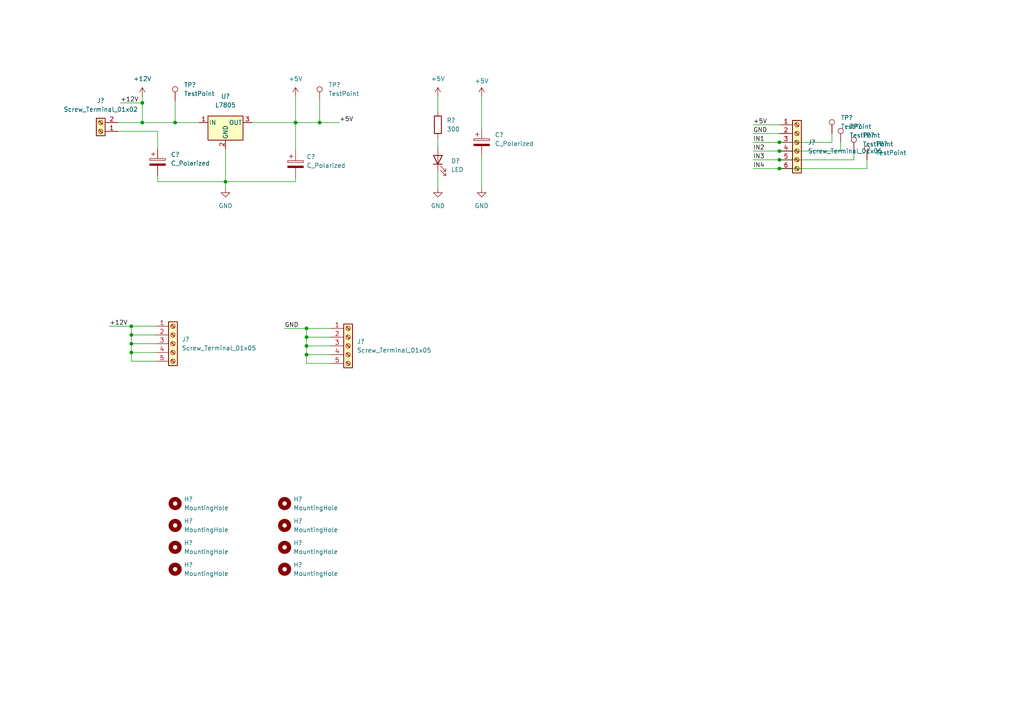
<source format=kicad_sch>
(kicad_sch (version 20211123) (generator eeschema)
  (paper "A4")
  (lib_symbols
    (symbol "Connector:Screw_Terminal_01x02" (pin_names (offset 1.016) hide)
      (property "Reference" "J" (at 0 2.54 0))
      (property "Value" "Screw_Terminal_01x02" (at 0 -5.08 0))
      (symbol "Screw_Terminal_01x02_1_1"
        (rectangle (start -1.27 1.27) (end 1.27 -3.81) (stroke (width 0.254)) (fill (type background)))
        (circle (center 0 -2.54) (radius 0.635) (stroke (width 0.1524)))
        (polyline (pts (xy -0.5334 -2.2098) (xy 0.3302 -3.048)) (stroke (width 0.1524)))
        (polyline (pts (xy -0.5334 0.3302) (xy 0.3302 -0.508)) (stroke (width 0.1524)))
        (polyline (pts (xy -0.3556 -2.032) (xy 0.508 -2.8702)) (stroke (width 0.1524)))
        (polyline (pts (xy -0.3556 0.508) (xy 0.508 -0.3302)) (stroke (width 0.1524)))
        (circle (center 0 0) (radius 0.635) (stroke (width 0.1524)))
        (pin passive line (at -5.08 0 0) (length 3.81) (name "Pin_1") (number "1"))
        (pin passive line (at -5.08 -2.54 0) (length 3.81) (name "Pin_2") (number "2"))
      )
    )
    (symbol "Connector:Screw_Terminal_01x05" (pin_names (offset 1.016) hide)
      (property "Reference" "J" (at 0 7.62 0))
      (property "Value" "Screw_Terminal_01x05" (at 0 -7.62 0))
      (symbol "Screw_Terminal_01x05_1_1"
        (rectangle (start -1.27 6.35) (end 1.27 -6.35) (stroke (width 0.254)) (fill (type background)))
        (circle (center 0 -5.08) (radius 0.635) (stroke (width 0.1524)))
        (circle (center 0 -2.54) (radius 0.635) (stroke (width 0.1524)))
        (polyline (pts (xy -0.5334 -4.7498) (xy 0.3302 -5.588)) (stroke (width 0.1524)))
        (polyline (pts (xy -0.5334 -2.2098) (xy 0.3302 -3.048)) (stroke (width 0.1524)))
        (polyline (pts (xy -0.5334 0.3302) (xy 0.3302 -0.508)) (stroke (width 0.1524)))
        (polyline (pts (xy -0.5334 2.8702) (xy 0.3302 2.032)) (stroke (width 0.1524)))
        (polyline (pts (xy -0.5334 5.4102) (xy 0.3302 4.572)) (stroke (width 0.1524)))
        (polyline (pts (xy -0.3556 -4.572) (xy 0.508 -5.4102)) (stroke (width 0.1524)))
        (polyline (pts (xy -0.3556 -2.032) (xy 0.508 -2.8702)) (stroke (width 0.1524)))
        (polyline (pts (xy -0.3556 0.508) (xy 0.508 -0.3302)) (stroke (width 0.1524)))
        (polyline (pts (xy -0.3556 3.048) (xy 0.508 2.2098)) (stroke (width 0.1524)))
        (polyline (pts (xy -0.3556 5.588) (xy 0.508 4.7498)) (stroke (width 0.1524)))
        (circle (center 0 0) (radius 0.635) (stroke (width 0.1524)))
        (circle (center 0 2.54) (radius 0.635) (stroke (width 0.1524)))
        (circle (center 0 5.08) (radius 0.635) (stroke (width 0.1524)))
        (pin passive line (at -5.08 5.08 0) (length 3.81) (name "Pin_1") (number "1"))
        (pin passive line (at -5.08 2.54 0) (length 3.81) (name "Pin_2") (number "2"))
        (pin passive line (at -5.08 0 0) (length 3.81) (name "Pin_3") (number "3"))
        (pin passive line (at -5.08 -2.54 0) (length 3.81) (name "Pin_4") (number "4"))
        (pin passive line (at -5.08 -5.08 0) (length 3.81) (name "Pin_5") (number "5"))
      )
    )
    (symbol "Connector:Screw_Terminal_01x06" (pin_names (offset 1.016) hide)
      (property "Reference" "J" (at 0 7.62 0))
      (property "Value" "Screw_Terminal_01x06" (at 0 -10.16 0))
      (symbol "Screw_Terminal_01x06_1_1"
        (rectangle (start -1.27 6.35) (end 1.27 -8.89) (stroke (width 0.254)) (fill (type background)))
        (circle (center 0 -7.62) (radius 0.635) (stroke (width 0.1524)))
        (circle (center 0 -5.08) (radius 0.635) (stroke (width 0.1524)))
        (circle (center 0 -2.54) (radius 0.635) (stroke (width 0.1524)))
        (polyline (pts (xy -0.5334 -7.2898) (xy 0.3302 -8.128)) (stroke (width 0.1524)))
        (polyline (pts (xy -0.5334 -4.7498) (xy 0.3302 -5.588)) (stroke (width 0.1524)))
        (polyline (pts (xy -0.5334 -2.2098) (xy 0.3302 -3.048)) (stroke (width 0.1524)))
        (polyline (pts (xy -0.5334 0.3302) (xy 0.3302 -0.508)) (stroke (width 0.1524)))
        (polyline (pts (xy -0.5334 2.8702) (xy 0.3302 2.032)) (stroke (width 0.1524)))
        (polyline (pts (xy -0.5334 5.4102) (xy 0.3302 4.572)) (stroke (width 0.1524)))
        (polyline (pts (xy -0.3556 -7.112) (xy 0.508 -7.9502)) (stroke (width 0.1524)))
        (polyline (pts (xy -0.3556 -4.572) (xy 0.508 -5.4102)) (stroke (width 0.1524)))
        (polyline (pts (xy -0.3556 -2.032) (xy 0.508 -2.8702)) (stroke (width 0.1524)))
        (polyline (pts (xy -0.3556 0.508) (xy 0.508 -0.3302)) (stroke (width 0.1524)))
        (polyline (pts (xy -0.3556 3.048) (xy 0.508 2.2098)) (stroke (width 0.1524)))
        (polyline (pts (xy -0.3556 5.588) (xy 0.508 4.7498)) (stroke (width 0.1524)))
        (circle (center 0 0) (radius 0.635) (stroke (width 0.1524)))
        (circle (center 0 2.54) (radius 0.635) (stroke (width 0.1524)))
        (circle (center 0 5.08) (radius 0.635) (stroke (width 0.1524)))
        (pin passive line (at -5.08 5.08 0) (length 3.81) (name "Pin_1") (number "1"))
        (pin passive line (at -5.08 2.54 0) (length 3.81) (name "Pin_2") (number "2"))
        (pin passive line (at -5.08 0 0) (length 3.81) (name "Pin_3") (number "3"))
        (pin passive line (at -5.08 -2.54 0) (length 3.81) (name "Pin_4") (number "4"))
        (pin passive line (at -5.08 -5.08 0) (length 3.81) (name "Pin_5") (number "5"))
        (pin passive line (at -5.08 -7.62 0) (length 3.81) (name "Pin_6") (number "6"))
      )
    )
    (symbol "Connector:TestPoint" (pin_numbers hide) (pin_names (offset 0.762) hide)
      (property "Reference" "TP" (at 0 6.858 0))
      (property "Value" "TestPoint" (at 0 5.08 0))
      (symbol "TestPoint_0_1"
        (circle (center 0 3.302) (radius 0.762))
      )
      (symbol "TestPoint_1_1"
        (pin passive line (at 0 0 90) (length 2.54) (name "1") (number "1"))
      )
    )
    (symbol "Device:C_Polarized" (pin_numbers hide) (pin_names (offset 0.254))
      (property "Reference" "C" (at 0.635 2.54 0))
      (property "Value" "C_Polarized" (at 0.635 -2.54 0))
      (symbol "C_Polarized_0_1"
        (rectangle (start -2.286 0.508) (end 2.286 1.016))
        (polyline (pts (xy -1.778 2.286) (xy -0.762 2.286)))
        (polyline (pts (xy -1.27 2.794) (xy -1.27 1.778)))
        (rectangle (start 2.286 -0.508) (end -2.286 -1.016) (fill (type outline)))
      )
      (symbol "C_Polarized_1_1"
        (pin passive line (at 0 3.81 270) (length 2.794) (name "~") (number "1"))
        (pin passive line (at 0 -3.81 90) (length 2.794) (name "~") (number "2"))
      )
    )
    (symbol "Device:LED" (pin_numbers hide) (pin_names (offset 1.016) hide)
      (property "Reference" "D" (at 0 2.54 0))
      (property "Value" "LED" (at 0 -2.54 0))
      (symbol "LED_0_1"
        (polyline (pts (xy -1.27 -1.27) (xy -1.27 1.27)) (stroke (width 0.254)))
        (polyline (pts (xy -1.27 0) (xy 1.27 0)))
        (polyline (pts (xy 1.27 -1.27) (xy 1.27 1.27) (xy -1.27 0) (xy 1.27 -1.27)) (stroke (width 0.254)))
        (polyline (pts (xy -3.048 -0.762) (xy -4.572 -2.286) (xy -3.81 -2.286) (xy -4.572 -2.286) (xy -4.572 -1.524)))
        (polyline (pts (xy -1.778 -0.762) (xy -3.302 -2.286) (xy -2.54 -2.286) (xy -3.302 -2.286) (xy -3.302 -1.524)))
      )
      (symbol "LED_1_1"
        (pin passive line (at -3.81 0 0) (length 2.54) (name "K") (number "1"))
        (pin passive line (at 3.81 0 180) (length 2.54) (name "A") (number "2"))
      )
    )
    (symbol "Device:R" (pin_numbers hide) (pin_names (offset 0))
      (property "Reference" "R" (at 2.032 0 90))
      (property "Value" "R" (at 0 0 90))
      (symbol "R_0_1"
        (rectangle (start -1.016 -2.54) (end 1.016 2.54) (stroke (width 0.254)))
      )
      (symbol "R_1_1"
        (pin passive line (at 0 3.81 270) (length 1.27) (name "~") (number "1"))
        (pin passive line (at 0 -3.81 90) (length 1.27) (name "~") (number "2"))
      )
    )
    (symbol "Mechanical:MountingHole" (pin_names (offset 1.016))
      (property "Reference" "H" (at 0 5.08 0))
      (property "Value" "MountingHole" (at 0 3.175 0))
      (symbol "MountingHole_0_1"
        (circle (center 0 0) (radius 1.27) (stroke (width 1.27)))
      )
    )
    (symbol "Regulator_Linear:L7805" (pin_names (offset 0.254))
      (property "Reference" "U" (at -3.81 3.175 0))
      (property "Value" "L7805" (at 0 3.175 0))
      (symbol "L7805_0_1"
        (rectangle (start -5.08 1.905) (end 5.08 -5.08) (stroke (width 0.254)) (fill (type background)))
      )
      (symbol "L7805_1_1"
        (pin power_in line (at -7.62 0 0) (length 2.54) (name "IN") (number "1"))
        (pin power_in line (at 0 -7.62 90) (length 2.54) (name "GND") (number "2"))
        (pin power_out line (at 7.62 0 180) (length 2.54) (name "OUT") (number "3"))
      )
    )
    (symbol "power:+12V" (power) (pin_names (offset 0))
      (property "Value" "+12V" (at 0 3.556 0))
      (symbol "+12V_0_1"
        (polyline (pts (xy -0.762 1.27) (xy 0 2.54)))
        (polyline (pts (xy 0 0) (xy 0 2.54)))
        (polyline (pts (xy 0 2.54) (xy 0.762 1.27)))
      )
      (symbol "+12V_1_1"
        (pin power_in line (at 0 0 90) (length 0) hide (name "+12V") (number "1"))
      )
    )
    (symbol "power:+5V" (power) (pin_names (offset 0))
      (property "Value" "+5V" (at 0 3.556 0))
      (symbol "+5V_0_1"
        (polyline (pts (xy -0.762 1.27) (xy 0 2.54)))
        (polyline (pts (xy 0 0) (xy 0 2.54)))
        (polyline (pts (xy 0 2.54) (xy 0.762 1.27)))
      )
      (symbol "+5V_1_1"
        (pin power_in line (at 0 0 90) (length 0) hide (name "+5V") (number "1"))
      )
    )
    (symbol "power:GND" (power) (pin_names (offset 0))
      (property "Value" "GND" (at 0 -3.81 0))
      (symbol "GND_0_1"
        (polyline (pts (xy 0 0) (xy 0 -1.27) (xy 1.27 -1.27) (xy 0 -2.54) (xy -1.27 -1.27) (xy 0 -1.27)))
      )
      (symbol "GND_1_1"
        (pin power_in line (at 0 0 270) (length 0) hide (name "GND") (number "1"))
      )
    )
  )
  (junction (at 38.1 97.155))
  (junction (at 92.71 35.56))
  (junction (at 88.9 95.25))
  (junction (at 226.06 48.895))
  (junction (at 65.405 52.705))
  (junction (at 85.725 35.56))
  (junction (at 38.1 102.235))
  (junction (at 88.9 100.33))
  (junction (at 226.06 43.815))
  (junction (at 41.275 35.56))
  (junction (at 38.1 94.615))
  (junction (at 41.275 29.845))
  (junction (at 226.06 41.275))
  (junction (at 88.9 97.79))
  (junction (at 38.1 99.695))
  (junction (at 50.8 35.56))
  (junction (at 226.06 46.355))
  (junction (at 88.9 102.87))
  (wire (pts (xy 251.46 46.355) (xy 251.46 48.895)))
  (wire (pts (xy 95.885 105.41) (xy 88.9 105.41)))
  (wire (pts (xy 95.885 100.33) (xy 88.9 100.33)))
  (wire (pts (xy 218.44 46.355) (xy 226.06 46.355)))
  (wire (pts (xy 226.06 46.355) (xy 247.65 46.355)))
  (wire (pts (xy 218.44 38.735) (xy 226.06 38.735)))
  (wire (pts (xy 127 27.94) (xy 127 32.385)))
  (wire (pts (xy 82.55 95.25) (xy 88.9 95.25)))
  (wire (pts (xy 38.1 104.775) (xy 38.1 102.235)))
  (wire (pts (xy 226.06 41.275) (xy 241.3 41.275)))
  (wire (pts (xy 226.06 41.275) (xy 218.44 41.275)))
  (wire (pts (xy 92.71 35.56) (xy 98.425 35.56)))
  (wire (pts (xy 38.1 94.615) (xy 45.085 94.615)))
  (wire (pts (xy 218.44 43.815) (xy 226.06 43.815)))
  (wire (pts (xy 41.275 27.94) (xy 41.275 29.845)))
  (wire (pts (xy 88.9 100.33) (xy 88.9 97.79)))
  (wire (pts (xy 65.405 52.705) (xy 85.725 52.705)))
  (wire (pts (xy 85.725 52.705) (xy 85.725 51.435)))
  (wire (pts (xy 88.9 97.79) (xy 88.9 95.25)))
  (wire (pts (xy 50.8 29.21) (xy 50.8 35.56)))
  (wire (pts (xy 226.06 48.895) (xy 251.46 48.895)))
  (wire (pts (xy 139.7 27.94) (xy 139.7 37.465)))
  (wire (pts (xy 45.72 38.1) (xy 45.72 43.18)))
  (wire (pts (xy 34.29 38.1) (xy 45.72 38.1)))
  (wire (pts (xy 127 40.005) (xy 127 42.545)))
  (wire (pts (xy 88.9 105.41) (xy 88.9 102.87)))
  (wire (pts (xy 218.44 48.895) (xy 226.06 48.895)))
  (wire (pts (xy 31.75 94.615) (xy 38.1 94.615)))
  (wire (pts (xy 65.405 43.18) (xy 65.405 52.705)))
  (wire (pts (xy 92.71 29.21) (xy 92.71 35.56)))
  (wire (pts (xy 226.06 43.815) (xy 243.84 43.815)))
  (wire (pts (xy 218.44 36.195) (xy 226.06 36.195)))
  (wire (pts (xy 45.085 97.155) (xy 38.1 97.155)))
  (wire (pts (xy 38.1 99.695) (xy 38.1 97.155)))
  (wire (pts (xy 139.7 54.61) (xy 139.7 45.085)))
  (wire (pts (xy 50.8 35.56) (xy 57.785 35.56)))
  (wire (pts (xy 85.725 35.56) (xy 85.725 43.815)))
  (wire (pts (xy 88.9 95.25) (xy 95.885 95.25)))
  (wire (pts (xy 85.725 27.94) (xy 85.725 35.56)))
  (wire (pts (xy 95.885 102.87) (xy 88.9 102.87)))
  (wire (pts (xy 243.84 41.275) (xy 243.84 43.815)))
  (wire (pts (xy 45.72 50.8) (xy 45.72 52.705)))
  (wire (pts (xy 73.025 35.56) (xy 85.725 35.56)))
  (wire (pts (xy 34.925 29.845) (xy 41.275 29.845)))
  (wire (pts (xy 41.275 29.845) (xy 41.275 35.56)))
  (wire (pts (xy 241.3 38.735) (xy 241.3 41.275)))
  (wire (pts (xy 38.1 102.235) (xy 38.1 99.695)))
  (wire (pts (xy 45.085 102.235) (xy 38.1 102.235)))
  (wire (pts (xy 95.885 97.79) (xy 88.9 97.79)))
  (wire (pts (xy 45.085 104.775) (xy 38.1 104.775)))
  (wire (pts (xy 127 54.61) (xy 127 50.165)))
  (wire (pts (xy 88.9 102.87) (xy 88.9 100.33)))
  (wire (pts (xy 41.275 35.56) (xy 34.29 35.56)))
  (wire (pts (xy 38.1 97.155) (xy 38.1 94.615)))
  (wire (pts (xy 92.71 35.56) (xy 85.725 35.56)))
  (wire (pts (xy 41.275 35.56) (xy 50.8 35.56)))
  (wire (pts (xy 65.405 54.61) (xy 65.405 52.705)))
  (wire (pts (xy 45.72 52.705) (xy 65.405 52.705)))
  (wire (pts (xy 45.085 99.695) (xy 38.1 99.695)))
  (wire (pts (xy 247.65 43.815) (xy 247.65 46.355)))
  (label "+12V" (at 31.75 94.615 0))
  (label "GND" (at 82.55 95.25 0))
  (label "IN4" (at 218.44 48.895 0))
  (label "+5V" (at 98.425 35.56 0))
  (label "IN2" (at 218.44 43.815 0))
  (label "IN1" (at 218.44 41.275 0))
  (label "IN3" (at 218.44 46.355 0))
  (label "+5V" (at 218.44 36.195 0))
  (label "+12V" (at 34.925 29.845 0))
  (label "GND" (at 218.44 38.735 0))
  (symbol (lib_id "Regulator_Linear:L7805") (at 65.405 35.56 0) (unit 1)
    (property "Reference" "U?" (at 65.405 27.94 0))
    (property "Value" "L7805" (at 65.405 30.48 0))
    (property "Footprint" "Package_TO_SOT_THT:TO-220-3_Vertical" (effects hide))
    (property "Datasheet" "http://www.st.com/content/ccc/resource/technical/document/datasheet/41/4f/b3/b0/12/d4/47/88/CD00000444.pdf/files/CD00000444.pdf/jcr:content/translations/en.CD00000444.pdf" (effects hide))
  )
  (symbol (lib_id "Connector:Screw_Terminal_01x05") (at 100.965 100.33 0) (unit 1)
    (property "Reference" "J?" (at 103.505 99.0599 0) (effects (justify left)))
    (property "Value" "Screw_Terminal_01x05" (at 103.505 101.5999 0) (effects (justify left)))
  )
  (symbol (lib_id "Connector:TestPoint") (at 92.71 29.21 0) (unit 1)
    (property "Reference" "TP?" (at 95.25 24.6379 0) (effects (justify left)))
    (property "Value" "TestPoint" (at 95.25 27.1779 0) (effects (justify left)))
    (property "Footprint" "TestPoint:TestPoint_Pad_D1.5mm" (effects hide))
  )
  (symbol (lib_id "Mechanical:MountingHole") (at 50.8 165.1 0) (unit 1)
    (property "Reference" "H?" (at 53.34 163.8299 0) (effects (justify left)))
    (property "Value" "MountingHole" (at 53.34 166.3699 0) (effects (justify left)))
  )
  (symbol (lib_id "Connector:Screw_Terminal_01x06") (at 231.14 41.275 0) (unit 1)
    (property "Reference" "J?" (at 234.315 41.2749 0) (effects (justify left)))
    (property "Value" "Screw_Terminal_01x06" (at 234.315 43.8149 0) (effects (justify left)))
  )
  (symbol (lib_id "Connector:TestPoint") (at 247.65 43.815 0) (unit 1)
    (property "Reference" "TP?" (at 250.19 39.2429 0) (effects (justify left)))
    (property "Value" "TestPoint" (at 250.19 41.7829 0) (effects (justify left)))
    (property "Footprint" "TestPoint:TestPoint_Pad_D1.5mm" (effects hide))
  )
  (symbol (lib_id "Mechanical:MountingHole") (at 82.55 152.4 0) (unit 1)
    (property "Reference" "H?" (at 85.09 151.1299 0) (effects (justify left)))
    (property "Value" "MountingHole" (at 85.09 153.6699 0) (effects (justify left)))
  )
  (symbol (lib_id "Mechanical:MountingHole") (at 50.8 146.05 0) (unit 1)
    (property "Reference" "H?" (at 53.34 144.7799 0) (effects (justify left)))
    (property "Value" "MountingHole" (at 53.34 147.3199 0) (effects (justify left)))
    (property "Footprint" "MountingHole:MountingHole_3.2mm_M3" (effects hide))
  )
  (symbol (lib_id "power:GND") (at 65.405 54.61 0) (unit 1)
    (property "Reference" "#PWR0103" (effects hide))
    (property "Value" "GND" (at 65.405 59.69 0))
  )
  (symbol (lib_id "Mechanical:MountingHole") (at 50.8 158.75 0) (unit 1)
    (property "Reference" "H?" (at 53.34 157.4799 0) (effects (justify left)))
    (property "Value" "MountingHole" (at 53.34 160.0199 0) (effects (justify left)))
  )
  (symbol (lib_id "Connector:TestPoint") (at 243.84 41.275 0) (unit 1)
    (property "Reference" "TP?" (at 246.38 36.7029 0) (effects (justify left)))
    (property "Value" "TestPoint" (at 246.38 39.2429 0) (effects (justify left)))
    (property "Footprint" "TestPoint:TestPoint_Pad_D1.5mm" (effects hide))
  )
  (symbol (lib_id "Device:C_Polarized") (at 85.725 47.625 0) (unit 1)
    (property "Reference" "C?" (at 88.9 45.4659 0) (effects (justify left)))
    (property "Value" "C_Polarized" (at 88.9 48.0059 0) (effects (justify left)))
    (property "Footprint" "Capacitor_THT:CP_Radial_D5.0mm_P2.50mm" (effects hide))
  )
  (symbol (lib_id "Device:LED") (at 127 46.355 90) (unit 1)
    (property "Reference" "D?" (at 130.81 46.6724 90) (effects (justify right)))
    (property "Value" "LED" (at 130.81 49.2124 90) (effects (justify right)))
    (property "Footprint" "LED_THT:LED_D5.0mm" (effects hide))
  )
  (symbol (lib_id "power:+5V") (at 139.7 27.94 0) (unit 1)
    (property "Reference" "#PWR0104" (effects hide))
    (property "Value" "+5V" (at 139.7 23.495 0))
  )
  (symbol (lib_id "power:+5V") (at 85.725 27.94 0) (unit 1)
    (property "Reference" "#PWR0101" (effects hide))
    (property "Value" "+5V" (at 85.725 22.86 0))
  )
  (symbol (lib_id "Mechanical:MountingHole") (at 82.55 158.75 0) (unit 1)
    (property "Reference" "H?" (at 85.09 157.4799 0) (effects (justify left)))
    (property "Value" "MountingHole" (at 85.09 160.0199 0) (effects (justify left)))
  )
  (symbol (lib_id "Device:R") (at 127 36.195 0) (unit 1)
    (property "Reference" "R?" (at 129.54 34.9249 0) (effects (justify left)))
    (property "Value" "300" (at 129.54 37.4649 0) (effects (justify left)))
    (property "Footprint" "Resistor_THT:R_Axial_DIN0207_L6.3mm_D2.5mm_P10.16mm_Horizontal" (effects hide))
  )
  (symbol (lib_id "Device:C_Polarized") (at 139.7 41.275 0) (unit 1)
    (property "Reference" "C?" (at 143.51 39.1159 0) (effects (justify left)))
    (property "Value" "C_Polarized" (at 143.51 41.6559 0) (effects (justify left)))
    (property "Footprint" "Capacitor_THT:CP_Radial_D5.0mm_P2.50mm" (effects hide))
  )
  (symbol (lib_id "Connector:Screw_Terminal_01x05") (at 50.165 99.695 0) (unit 1)
    (property "Reference" "J?" (at 52.705 98.4249 0) (effects (justify left)))
    (property "Value" "Screw_Terminal_01x05" (at 52.705 100.9649 0) (effects (justify left)))
  )
  (symbol (lib_id "Device:C_Polarized") (at 45.72 46.99 0) (unit 1)
    (property "Reference" "C?" (at 49.53 44.8309 0) (effects (justify left)))
    (property "Value" "C_Polarized" (at 49.53 47.3709 0) (effects (justify left)))
    (property "Footprint" "Capacitor_THT:CP_Radial_D5.0mm_P2.50mm" (effects hide))
  )
  (symbol (lib_id "Mechanical:MountingHole") (at 82.55 165.1 0) (unit 1)
    (property "Reference" "H?" (at 85.09 163.8299 0) (effects (justify left)))
    (property "Value" "MountingHole" (at 85.09 166.3699 0) (effects (justify left)))
  )
  (symbol (lib_id "Mechanical:MountingHole") (at 82.55 146.05 0) (unit 1)
    (property "Reference" "H?" (at 85.09 144.7799 0) (effects (justify left)))
    (property "Value" "MountingHole" (at 85.09 147.3199 0) (effects (justify left)))
    (property "Footprint" "MountingHole:MountingHole_3.2mm_M3" (effects hide))
  )
  (symbol (lib_id "Connector:TestPoint") (at 241.3 38.735 0) (unit 1)
    (property "Reference" "TP?" (at 243.84 34.1629 0) (effects (justify left)))
    (property "Value" "TestPoint" (at 243.84 36.7029 0) (effects (justify left)))
    (property "Footprint" "TestPoint:TestPoint_Pad_D1.5mm" (effects hide))
  )
  (symbol (lib_id "Mechanical:MountingHole") (at 50.8 152.4 0) (unit 1)
    (property "Reference" "H?" (at 53.34 151.1299 0) (effects (justify left)))
    (property "Value" "MountingHole" (at 53.34 153.6699 0) (effects (justify left)))
  )
  (symbol (lib_id "power:GND") (at 139.7 54.61 0) (unit 1)
    (property "Reference" "#PWR0106" (effects hide))
    (property "Value" "GND" (at 139.7 59.69 0))
  )
  (symbol (lib_id "Connector:TestPoint") (at 50.8 29.21 0) (unit 1)
    (property "Reference" "TP?" (at 53.34 24.6379 0) (effects (justify left)))
    (property "Value" "TestPoint" (at 53.34 27.1779 0) (effects (justify left)))
    (property "Footprint" "TestPoint:TestPoint_Pad_D1.5mm" (effects hide))
  )
  (symbol (lib_id "power:+12V") (at 41.275 27.94 0) (unit 1)
    (property "Reference" "#PWR0102" (effects hide))
    (property "Value" "+12V" (at 41.275 22.86 0))
  )
  (symbol (lib_id "Connector:TestPoint") (at 251.46 46.355 0) (unit 1)
    (property "Reference" "TP?" (at 254 41.7829 0) (effects (justify left)))
    (property "Value" "TestPoint" (at 254 44.3229 0) (effects (justify left)))
    (property "Footprint" "TestPoint:TestPoint_Pad_D1.5mm" (effects hide))
  )
  (symbol (lib_id "power:+5V") (at 127 27.94 0) (unit 1)
    (property "Reference" "#PWR0105" (effects hide))
    (property "Value" "+5V" (at 127 22.86 0))
  )
  (symbol (lib_id "Connector:Screw_Terminal_01x02") (at 29.21 38.1 180) (unit 1)
    (property "Reference" "J?" (at 29.21 29.21 0))
    (property "Value" "Screw_Terminal_01x02" (at 29.21 31.75 0))
  )
  (symbol (lib_id "power:GND") (at 127 54.61 0) (unit 1)
    (property "Reference" "#PWR0107" (effects hide))
    (property "Value" "GND" (at 127 59.69 0))
  )
)
</source>
